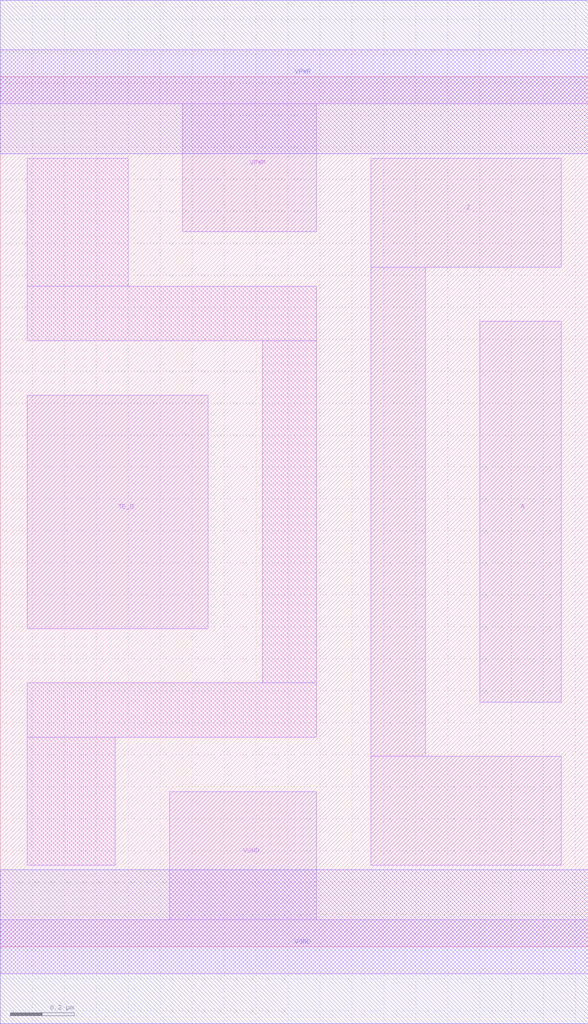
<source format=lef>
# Copyright 2020 The SkyWater PDK Authors
#
# Licensed under the Apache License, Version 2.0 (the "License");
# you may not use this file except in compliance with the License.
# You may obtain a copy of the License at
#
#     https://www.apache.org/licenses/LICENSE-2.0
#
# Unless required by applicable law or agreed to in writing, software
# distributed under the License is distributed on an "AS IS" BASIS,
# WITHOUT WARRANTIES OR CONDITIONS OF ANY KIND, either express or implied.
# See the License for the specific language governing permissions and
# limitations under the License.
#
# SPDX-License-Identifier: Apache-2.0

VERSION 5.5 ;
NAMESCASESENSITIVE ON ;
BUSBITCHARS "[]" ;
DIVIDERCHAR "/" ;
MACRO sky130_fd_sc_hd__einvn_0
  CLASS CORE ;
  SOURCE USER ;
  ORIGIN  0.000000  0.000000 ;
  SIZE  1.840000 BY  2.720000 ;
  SYMMETRY X Y R90 ;
  SITE unithd ;
  PIN A
    ANTENNAGATEAREA  0.159000 ;
    DIRECTION INPUT ;
    USE SIGNAL ;
    PORT
      LAYER li1 ;
        RECT 1.500000 0.765000 1.755000 1.955000 ;
    END
  END A
  PIN TE_B
    ANTENNAGATEAREA  0.222000 ;
    DIRECTION INPUT ;
    USE SIGNAL ;
    PORT
      LAYER li1 ;
        RECT 0.085000 0.995000 0.650000 1.725000 ;
    END
  END TE_B
  PIN Z
    ANTENNADIFFAREA  0.275600 ;
    DIRECTION OUTPUT ;
    USE SIGNAL ;
    PORT
      LAYER li1 ;
        RECT 1.160000 0.255000 1.755000 0.595000 ;
        RECT 1.160000 0.595000 1.330000 2.125000 ;
        RECT 1.160000 2.125000 1.755000 2.465000 ;
    END
  END Z
  PIN VGND
    DIRECTION INOUT ;
    SHAPE ABUTMENT ;
    USE GROUND ;
    PORT
      LAYER li1 ;
        RECT 0.000000 -0.085000 1.840000 0.085000 ;
        RECT 0.530000  0.085000 0.990000 0.485000 ;
    END
    PORT
      LAYER met1 ;
        RECT 0.000000 -0.240000 1.840000 0.240000 ;
    END
  END VGND
  PIN VPWR
    DIRECTION INOUT ;
    SHAPE ABUTMENT ;
    USE POWER ;
    PORT
      LAYER li1 ;
        RECT 0.000000 2.635000 1.840000 2.805000 ;
        RECT 0.570000 2.235000 0.990000 2.635000 ;
    END
    PORT
      LAYER met1 ;
        RECT 0.000000 2.480000 1.840000 2.960000 ;
    END
  END VPWR
  OBS
    LAYER li1 ;
      RECT 0.085000 0.255000 0.360000 0.655000 ;
      RECT 0.085000 0.655000 0.990000 0.825000 ;
      RECT 0.085000 1.895000 0.990000 2.065000 ;
      RECT 0.085000 2.065000 0.400000 2.465000 ;
      RECT 0.820000 0.825000 0.990000 1.895000 ;
  END
END sky130_fd_sc_hd__einvn_0
END LIBRARY

</source>
